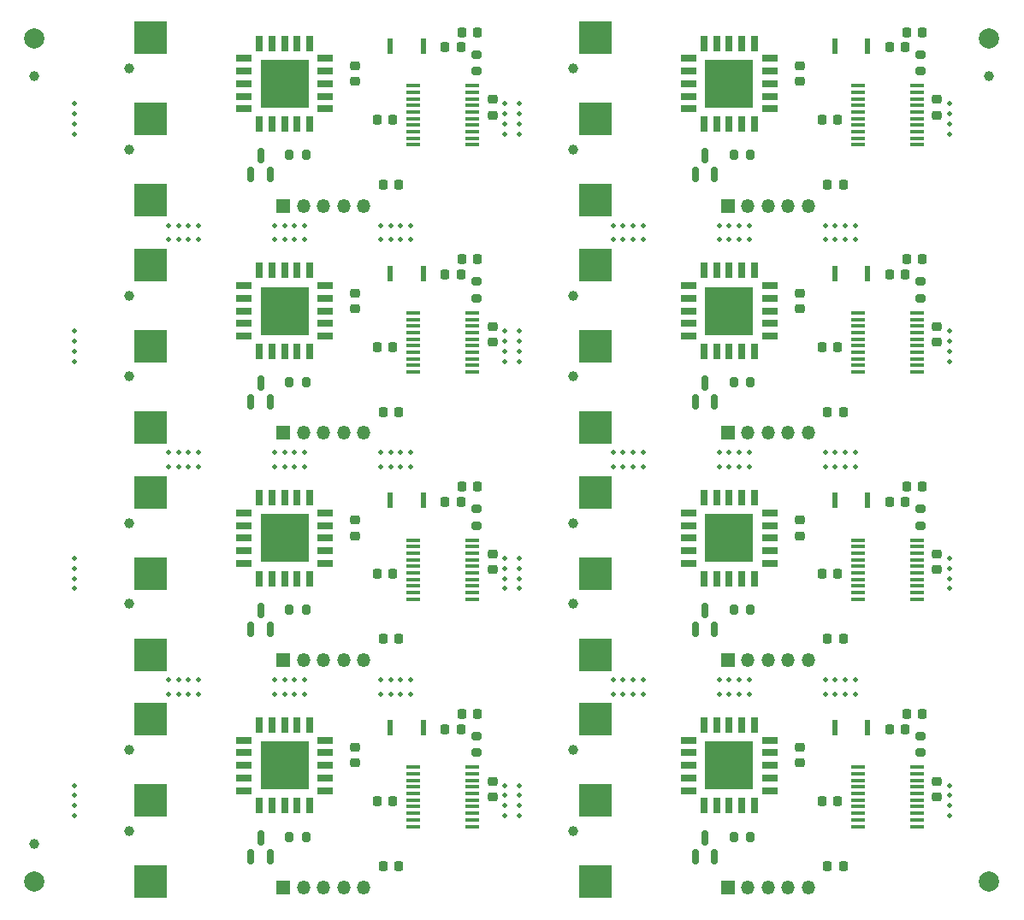
<source format=gbr>
%TF.GenerationSoftware,KiCad,Pcbnew,8.0.0*%
%TF.CreationDate,2024-05-28T16:04:12+09:00*%
%TF.ProjectId,Panel,50616e65-6c2e-46b6-9963-61645f706362,rev?*%
%TF.SameCoordinates,Original*%
%TF.FileFunction,Soldermask,Bot*%
%TF.FilePolarity,Negative*%
%FSLAX46Y46*%
G04 Gerber Fmt 4.6, Leading zero omitted, Abs format (unit mm)*
G04 Created by KiCad (PCBNEW 8.0.0) date 2024-05-28 16:04:12*
%MOMM*%
%LPD*%
G01*
G04 APERTURE LIST*
G04 Aperture macros list*
%AMRoundRect*
0 Rectangle with rounded corners*
0 $1 Rounding radius*
0 $2 $3 $4 $5 $6 $7 $8 $9 X,Y pos of 4 corners*
0 Add a 4 corners polygon primitive as box body*
4,1,4,$2,$3,$4,$5,$6,$7,$8,$9,$2,$3,0*
0 Add four circle primitives for the rounded corners*
1,1,$1+$1,$2,$3*
1,1,$1+$1,$4,$5*
1,1,$1+$1,$6,$7*
1,1,$1+$1,$8,$9*
0 Add four rect primitives between the rounded corners*
20,1,$1+$1,$2,$3,$4,$5,0*
20,1,$1+$1,$4,$5,$6,$7,0*
20,1,$1+$1,$6,$7,$8,$9,0*
20,1,$1+$1,$8,$9,$2,$3,0*%
G04 Aperture macros list end*
%ADD10RoundRect,0.225000X0.250000X-0.225000X0.250000X0.225000X-0.250000X0.225000X-0.250000X-0.225000X0*%
%ADD11RoundRect,0.200000X0.275000X-0.200000X0.275000X0.200000X-0.275000X0.200000X-0.275000X-0.200000X0*%
%ADD12R,1.475000X0.450000*%
%ADD13R,0.550000X1.500000*%
%ADD14RoundRect,0.225000X0.225000X0.250000X-0.225000X0.250000X-0.225000X-0.250000X0.225000X-0.250000X0*%
%ADD15RoundRect,0.225000X-0.225000X-0.250000X0.225000X-0.250000X0.225000X0.250000X-0.225000X0.250000X0*%
%ADD16R,3.200000X3.200000*%
%ADD17RoundRect,0.200000X0.200000X0.275000X-0.200000X0.275000X-0.200000X-0.275000X0.200000X-0.275000X0*%
%ADD18RoundRect,0.150000X0.150000X-0.587500X0.150000X0.587500X-0.150000X0.587500X-0.150000X-0.587500X0*%
%ADD19R,0.800000X1.500000*%
%ADD20R,1.500000X0.800000*%
%ADD21R,4.800000X4.800000*%
%ADD22C,1.000000*%
%ADD23C,0.500000*%
%ADD24R,1.350000X1.350000*%
%ADD25O,1.350000X1.350000*%
%ADD26C,2.000000*%
G04 APERTURE END LIST*
D10*
%TO.C,C17*%
X190576678Y-52372186D03*
X190576678Y-50822186D03*
%TD*%
D11*
%TO.C,R10*%
X188958000Y-70506000D03*
X188958000Y-68856000D03*
%TD*%
D12*
%TO.C,IC1*%
X144611000Y-94452000D03*
X144611000Y-95102000D03*
X144611000Y-95752000D03*
X144611000Y-96402000D03*
X144611000Y-97052000D03*
X144611000Y-97702000D03*
X144611000Y-98352000D03*
X144611000Y-99002000D03*
X144611000Y-99652000D03*
X144611000Y-100302000D03*
X138735000Y-100302000D03*
X138735000Y-99652000D03*
X138735000Y-99002000D03*
X138735000Y-98352000D03*
X138735000Y-97702000D03*
X138735000Y-97052000D03*
X138735000Y-96402000D03*
X138735000Y-95752000D03*
X138735000Y-95102000D03*
X138735000Y-94452000D03*
%TD*%
D13*
%TO.C,CB1*%
X139725000Y-23030000D03*
X136475000Y-23030000D03*
%TD*%
D14*
%TO.C,C18*%
X136709300Y-52803607D03*
X135159300Y-52803607D03*
%TD*%
%TO.C,C12*%
X143447000Y-90657000D03*
X141897000Y-90657000D03*
%TD*%
%TO.C,C12*%
X187447000Y-68157000D03*
X185897000Y-68157000D03*
%TD*%
D15*
%TO.C,C5*%
X179725000Y-104250000D03*
X181275000Y-104250000D03*
%TD*%
D16*
%TO.C,BT1*%
X112750000Y-83300000D03*
X112750000Y-67200000D03*
X112750000Y-75250000D03*
%TD*%
%TO.C,BT1*%
X156750000Y-83300000D03*
X156750000Y-67200000D03*
X156750000Y-75250000D03*
%TD*%
D10*
%TO.C,C13*%
X177000000Y-71525000D03*
X177000000Y-69975000D03*
%TD*%
D13*
%TO.C,CB1*%
X183725000Y-90530000D03*
X180475000Y-90530000D03*
%TD*%
D17*
%TO.C,R2*%
X128130000Y-78825000D03*
X126480000Y-78825000D03*
%TD*%
D10*
%TO.C,C13*%
X133000000Y-26525000D03*
X133000000Y-24975000D03*
%TD*%
D14*
%TO.C,C12*%
X187447000Y-45657000D03*
X185897000Y-45657000D03*
%TD*%
D16*
%TO.C,BT1*%
X112750000Y-38300000D03*
X112750000Y-22200000D03*
X112750000Y-30250000D03*
%TD*%
%TO.C,BT1*%
X112750000Y-105800000D03*
X112750000Y-89700000D03*
X112750000Y-97750000D03*
%TD*%
D17*
%TO.C,R2*%
X128130000Y-101325000D03*
X126480000Y-101325000D03*
%TD*%
%TO.C,R2*%
X172130000Y-101325000D03*
X170480000Y-101325000D03*
%TD*%
D10*
%TO.C,C17*%
X146576678Y-74872186D03*
X146576678Y-73322186D03*
%TD*%
D15*
%TO.C,C5*%
X135725000Y-59250000D03*
X137275000Y-59250000D03*
%TD*%
D16*
%TO.C,BT1*%
X156750000Y-105800000D03*
X156750000Y-89700000D03*
X156750000Y-97750000D03*
%TD*%
D14*
%TO.C,C12*%
X143447000Y-23157000D03*
X141897000Y-23157000D03*
%TD*%
D15*
%TO.C,C14*%
X187565631Y-66657648D03*
X189115631Y-66657648D03*
%TD*%
D10*
%TO.C,C17*%
X146576678Y-29872186D03*
X146576678Y-28322186D03*
%TD*%
D15*
%TO.C,C5*%
X179725000Y-36750000D03*
X181275000Y-36750000D03*
%TD*%
%TO.C,C14*%
X143565631Y-21657648D03*
X145115631Y-21657648D03*
%TD*%
D14*
%TO.C,C18*%
X136709300Y-30303607D03*
X135159300Y-30303607D03*
%TD*%
D16*
%TO.C,BT1*%
X112750000Y-60800000D03*
X112750000Y-44700000D03*
X112750000Y-52750000D03*
%TD*%
D15*
%TO.C,C14*%
X143565631Y-89157648D03*
X145115631Y-89157648D03*
%TD*%
D10*
%TO.C,C17*%
X146576678Y-97372186D03*
X146576678Y-95822186D03*
%TD*%
D11*
%TO.C,R10*%
X188958000Y-25506000D03*
X188958000Y-23856000D03*
%TD*%
D14*
%TO.C,C18*%
X180709300Y-52803607D03*
X179159300Y-52803607D03*
%TD*%
D16*
%TO.C,BT1*%
X156750000Y-38300000D03*
X156750000Y-22200000D03*
X156750000Y-30250000D03*
%TD*%
D14*
%TO.C,C12*%
X143447000Y-68157000D03*
X141897000Y-68157000D03*
%TD*%
D18*
%TO.C,Q2*%
X124572000Y-80778500D03*
X122672000Y-80778500D03*
X123622000Y-78903500D03*
%TD*%
D12*
%TO.C,IC1*%
X188611000Y-71952000D03*
X188611000Y-72602000D03*
X188611000Y-73252000D03*
X188611000Y-73902000D03*
X188611000Y-74552000D03*
X188611000Y-75202000D03*
X188611000Y-75852000D03*
X188611000Y-76502000D03*
X188611000Y-77152000D03*
X188611000Y-77802000D03*
X182735000Y-77802000D03*
X182735000Y-77152000D03*
X182735000Y-76502000D03*
X182735000Y-75852000D03*
X182735000Y-75202000D03*
X182735000Y-74552000D03*
X182735000Y-73902000D03*
X182735000Y-73252000D03*
X182735000Y-72602000D03*
X182735000Y-71952000D03*
%TD*%
D14*
%TO.C,C18*%
X180709300Y-30303607D03*
X179159300Y-30303607D03*
%TD*%
D18*
%TO.C,Q2*%
X124572000Y-103278500D03*
X122672000Y-103278500D03*
X123622000Y-101403500D03*
%TD*%
D19*
%TO.C,1*%
X123500000Y-67750000D03*
X124750000Y-67750000D03*
X126000000Y-67750000D03*
X127250000Y-67750000D03*
X128500000Y-67750000D03*
D20*
X130000000Y-69250000D03*
X130000000Y-70500000D03*
X130000000Y-71750000D03*
X130000000Y-73000000D03*
X130000000Y-74250000D03*
D19*
X128500000Y-75750000D03*
X127250000Y-75750000D03*
X126000000Y-75750000D03*
X124750000Y-75750000D03*
X123500000Y-75750000D03*
D20*
X122000000Y-74250000D03*
X122000000Y-73000000D03*
X122000000Y-71750000D03*
X122000000Y-70500000D03*
X122000000Y-69250000D03*
D21*
X126000000Y-71750000D03*
%TD*%
D15*
%TO.C,C5*%
X179725000Y-81750000D03*
X181275000Y-81750000D03*
%TD*%
%TO.C,C14*%
X143565631Y-66657648D03*
X145115631Y-66657648D03*
%TD*%
D12*
%TO.C,IC1*%
X188611000Y-26952000D03*
X188611000Y-27602000D03*
X188611000Y-28252000D03*
X188611000Y-28902000D03*
X188611000Y-29552000D03*
X188611000Y-30202000D03*
X188611000Y-30852000D03*
X188611000Y-31502000D03*
X188611000Y-32152000D03*
X188611000Y-32802000D03*
X182735000Y-32802000D03*
X182735000Y-32152000D03*
X182735000Y-31502000D03*
X182735000Y-30852000D03*
X182735000Y-30202000D03*
X182735000Y-29552000D03*
X182735000Y-28902000D03*
X182735000Y-28252000D03*
X182735000Y-27602000D03*
X182735000Y-26952000D03*
%TD*%
D15*
%TO.C,C14*%
X187565631Y-89157648D03*
X189115631Y-89157648D03*
%TD*%
D11*
%TO.C,R10*%
X188958000Y-93006000D03*
X188958000Y-91356000D03*
%TD*%
D12*
%TO.C,IC1*%
X188611000Y-94452000D03*
X188611000Y-95102000D03*
X188611000Y-95752000D03*
X188611000Y-96402000D03*
X188611000Y-97052000D03*
X188611000Y-97702000D03*
X188611000Y-98352000D03*
X188611000Y-99002000D03*
X188611000Y-99652000D03*
X188611000Y-100302000D03*
X182735000Y-100302000D03*
X182735000Y-99652000D03*
X182735000Y-99002000D03*
X182735000Y-98352000D03*
X182735000Y-97702000D03*
X182735000Y-97052000D03*
X182735000Y-96402000D03*
X182735000Y-95752000D03*
X182735000Y-95102000D03*
X182735000Y-94452000D03*
%TD*%
D13*
%TO.C,CB1*%
X139725000Y-45530000D03*
X136475000Y-45530000D03*
%TD*%
D10*
%TO.C,C13*%
X177000000Y-26525000D03*
X177000000Y-24975000D03*
%TD*%
D15*
%TO.C,C5*%
X179725000Y-59250000D03*
X181275000Y-59250000D03*
%TD*%
D17*
%TO.C,R2*%
X172130000Y-33825000D03*
X170480000Y-33825000D03*
%TD*%
D10*
%TO.C,C17*%
X190576678Y-29872186D03*
X190576678Y-28322186D03*
%TD*%
D18*
%TO.C,Q2*%
X124572000Y-35778500D03*
X122672000Y-35778500D03*
X123622000Y-33903500D03*
%TD*%
D15*
%TO.C,C14*%
X187565631Y-21657648D03*
X189115631Y-21657648D03*
%TD*%
D17*
%TO.C,R2*%
X128130000Y-56325000D03*
X126480000Y-56325000D03*
%TD*%
D12*
%TO.C,IC1*%
X144611000Y-49452000D03*
X144611000Y-50102000D03*
X144611000Y-50752000D03*
X144611000Y-51402000D03*
X144611000Y-52052000D03*
X144611000Y-52702000D03*
X144611000Y-53352000D03*
X144611000Y-54002000D03*
X144611000Y-54652000D03*
X144611000Y-55302000D03*
X138735000Y-55302000D03*
X138735000Y-54652000D03*
X138735000Y-54002000D03*
X138735000Y-53352000D03*
X138735000Y-52702000D03*
X138735000Y-52052000D03*
X138735000Y-51402000D03*
X138735000Y-50752000D03*
X138735000Y-50102000D03*
X138735000Y-49452000D03*
%TD*%
D10*
%TO.C,C17*%
X146576678Y-52372186D03*
X146576678Y-50822186D03*
%TD*%
D12*
%TO.C,IC1*%
X144611000Y-26952000D03*
X144611000Y-27602000D03*
X144611000Y-28252000D03*
X144611000Y-28902000D03*
X144611000Y-29552000D03*
X144611000Y-30202000D03*
X144611000Y-30852000D03*
X144611000Y-31502000D03*
X144611000Y-32152000D03*
X144611000Y-32802000D03*
X138735000Y-32802000D03*
X138735000Y-32152000D03*
X138735000Y-31502000D03*
X138735000Y-30852000D03*
X138735000Y-30202000D03*
X138735000Y-29552000D03*
X138735000Y-28902000D03*
X138735000Y-28252000D03*
X138735000Y-27602000D03*
X138735000Y-26952000D03*
%TD*%
D11*
%TO.C,R10*%
X144958000Y-25506000D03*
X144958000Y-23856000D03*
%TD*%
D15*
%TO.C,C5*%
X135725000Y-104250000D03*
X137275000Y-104250000D03*
%TD*%
D22*
%TO.C,KiKit_FID_B_2*%
X195751000Y-26000000D03*
%TD*%
%TO.C,KiKit_FID_B_3*%
X101249000Y-102000000D03*
%TD*%
D15*
%TO.C,C5*%
X135725000Y-36750000D03*
X137275000Y-36750000D03*
%TD*%
D14*
%TO.C,C18*%
X136709300Y-75303607D03*
X135159300Y-75303607D03*
%TD*%
D12*
%TO.C,IC1*%
X144611000Y-71952000D03*
X144611000Y-72602000D03*
X144611000Y-73252000D03*
X144611000Y-73902000D03*
X144611000Y-74552000D03*
X144611000Y-75202000D03*
X144611000Y-75852000D03*
X144611000Y-76502000D03*
X144611000Y-77152000D03*
X144611000Y-77802000D03*
X138735000Y-77802000D03*
X138735000Y-77152000D03*
X138735000Y-76502000D03*
X138735000Y-75852000D03*
X138735000Y-75202000D03*
X138735000Y-74552000D03*
X138735000Y-73902000D03*
X138735000Y-73252000D03*
X138735000Y-72602000D03*
X138735000Y-71952000D03*
%TD*%
D10*
%TO.C,C17*%
X190576678Y-74872186D03*
X190576678Y-73322186D03*
%TD*%
D13*
%TO.C,CB1*%
X183725000Y-23030000D03*
X180475000Y-23030000D03*
%TD*%
D18*
%TO.C,Q2*%
X124572000Y-58278500D03*
X122672000Y-58278500D03*
X123622000Y-56403500D03*
%TD*%
D13*
%TO.C,CB1*%
X139725000Y-90530000D03*
X136475000Y-90530000D03*
%TD*%
D11*
%TO.C,R10*%
X188958000Y-48006000D03*
X188958000Y-46356000D03*
%TD*%
D19*
%TO.C,1*%
X167500000Y-90250000D03*
X168750000Y-90250000D03*
X170000000Y-90250000D03*
X171250000Y-90250000D03*
X172500000Y-90250000D03*
D20*
X174000000Y-91750000D03*
X174000000Y-93000000D03*
X174000000Y-94250000D03*
X174000000Y-95500000D03*
X174000000Y-96750000D03*
D19*
X172500000Y-98250000D03*
X171250000Y-98250000D03*
X170000000Y-98250000D03*
X168750000Y-98250000D03*
X167500000Y-98250000D03*
D20*
X166000000Y-96750000D03*
X166000000Y-95500000D03*
X166000000Y-94250000D03*
X166000000Y-93000000D03*
X166000000Y-91750000D03*
D21*
X170000000Y-94250000D03*
%TD*%
D19*
%TO.C,1*%
X123500000Y-45250000D03*
X124750000Y-45250000D03*
X126000000Y-45250000D03*
X127250000Y-45250000D03*
X128500000Y-45250000D03*
D20*
X130000000Y-46750000D03*
X130000000Y-48000000D03*
X130000000Y-49250000D03*
X130000000Y-50500000D03*
X130000000Y-51750000D03*
D19*
X128500000Y-53250000D03*
X127250000Y-53250000D03*
X126000000Y-53250000D03*
X124750000Y-53250000D03*
X123500000Y-53250000D03*
D20*
X122000000Y-51750000D03*
X122000000Y-50500000D03*
X122000000Y-49250000D03*
X122000000Y-48000000D03*
X122000000Y-46750000D03*
D21*
X126000000Y-49250000D03*
%TD*%
D10*
%TO.C,C13*%
X177000000Y-94025000D03*
X177000000Y-92475000D03*
%TD*%
D16*
%TO.C,BT1*%
X156750000Y-60800000D03*
X156750000Y-44700000D03*
X156750000Y-52750000D03*
%TD*%
D11*
%TO.C,R10*%
X144958000Y-70506000D03*
X144958000Y-68856000D03*
%TD*%
D10*
%TO.C,C17*%
X190576678Y-97372186D03*
X190576678Y-95822186D03*
%TD*%
D19*
%TO.C,1*%
X167500000Y-22750000D03*
X168750000Y-22750000D03*
X170000000Y-22750000D03*
X171250000Y-22750000D03*
X172500000Y-22750000D03*
D20*
X174000000Y-24250000D03*
X174000000Y-25500000D03*
X174000000Y-26750000D03*
X174000000Y-28000000D03*
X174000000Y-29250000D03*
D19*
X172500000Y-30750000D03*
X171250000Y-30750000D03*
X170000000Y-30750000D03*
X168750000Y-30750000D03*
X167500000Y-30750000D03*
D20*
X166000000Y-29250000D03*
X166000000Y-28000000D03*
X166000000Y-26750000D03*
X166000000Y-25500000D03*
X166000000Y-24250000D03*
D21*
X170000000Y-26750000D03*
%TD*%
D18*
%TO.C,Q2*%
X168572000Y-35778500D03*
X166672000Y-35778500D03*
X167622000Y-33903500D03*
%TD*%
D10*
%TO.C,C13*%
X177000000Y-49025000D03*
X177000000Y-47475000D03*
%TD*%
D14*
%TO.C,C12*%
X187447000Y-90657000D03*
X185897000Y-90657000D03*
%TD*%
D10*
%TO.C,C13*%
X133000000Y-94025000D03*
X133000000Y-92475000D03*
%TD*%
D11*
%TO.C,R10*%
X144958000Y-48006000D03*
X144958000Y-46356000D03*
%TD*%
D14*
%TO.C,C12*%
X143447000Y-45657000D03*
X141897000Y-45657000D03*
%TD*%
D11*
%TO.C,R10*%
X144958000Y-93006000D03*
X144958000Y-91356000D03*
%TD*%
D12*
%TO.C,IC1*%
X188611000Y-49452000D03*
X188611000Y-50102000D03*
X188611000Y-50752000D03*
X188611000Y-51402000D03*
X188611000Y-52052000D03*
X188611000Y-52702000D03*
X188611000Y-53352000D03*
X188611000Y-54002000D03*
X188611000Y-54652000D03*
X188611000Y-55302000D03*
X182735000Y-55302000D03*
X182735000Y-54652000D03*
X182735000Y-54002000D03*
X182735000Y-53352000D03*
X182735000Y-52702000D03*
X182735000Y-52052000D03*
X182735000Y-51402000D03*
X182735000Y-50752000D03*
X182735000Y-50102000D03*
X182735000Y-49452000D03*
%TD*%
D22*
%TO.C,KiKit_FID_B_1*%
X101249000Y-26000000D03*
%TD*%
D15*
%TO.C,C14*%
X143565631Y-44157648D03*
X145115631Y-44157648D03*
%TD*%
D18*
%TO.C,Q2*%
X168572000Y-80778500D03*
X166672000Y-80778500D03*
X167622000Y-78903500D03*
%TD*%
D14*
%TO.C,C18*%
X136709300Y-97803607D03*
X135159300Y-97803607D03*
%TD*%
D19*
%TO.C,1*%
X123500000Y-22750000D03*
X124750000Y-22750000D03*
X126000000Y-22750000D03*
X127250000Y-22750000D03*
X128500000Y-22750000D03*
D20*
X130000000Y-24250000D03*
X130000000Y-25500000D03*
X130000000Y-26750000D03*
X130000000Y-28000000D03*
X130000000Y-29250000D03*
D19*
X128500000Y-30750000D03*
X127250000Y-30750000D03*
X126000000Y-30750000D03*
X124750000Y-30750000D03*
X123500000Y-30750000D03*
D20*
X122000000Y-29250000D03*
X122000000Y-28000000D03*
X122000000Y-26750000D03*
X122000000Y-25500000D03*
X122000000Y-24250000D03*
D21*
X126000000Y-26750000D03*
%TD*%
D14*
%TO.C,C12*%
X187447000Y-23157000D03*
X185897000Y-23157000D03*
%TD*%
D13*
%TO.C,CB1*%
X183725000Y-68030000D03*
X180475000Y-68030000D03*
%TD*%
D14*
%TO.C,C18*%
X180709300Y-97803607D03*
X179159300Y-97803607D03*
%TD*%
D17*
%TO.C,R2*%
X172130000Y-78825000D03*
X170480000Y-78825000D03*
%TD*%
D19*
%TO.C,1*%
X167500000Y-67750000D03*
X168750000Y-67750000D03*
X170000000Y-67750000D03*
X171250000Y-67750000D03*
X172500000Y-67750000D03*
D20*
X174000000Y-69250000D03*
X174000000Y-70500000D03*
X174000000Y-71750000D03*
X174000000Y-73000000D03*
X174000000Y-74250000D03*
D19*
X172500000Y-75750000D03*
X171250000Y-75750000D03*
X170000000Y-75750000D03*
X168750000Y-75750000D03*
X167500000Y-75750000D03*
D20*
X166000000Y-74250000D03*
X166000000Y-73000000D03*
X166000000Y-71750000D03*
X166000000Y-70500000D03*
X166000000Y-69250000D03*
D21*
X170000000Y-71750000D03*
%TD*%
D17*
%TO.C,R2*%
X128130000Y-33825000D03*
X126480000Y-33825000D03*
%TD*%
D19*
%TO.C,1*%
X123500000Y-90250000D03*
X124750000Y-90250000D03*
X126000000Y-90250000D03*
X127250000Y-90250000D03*
X128500000Y-90250000D03*
D20*
X130000000Y-91750000D03*
X130000000Y-93000000D03*
X130000000Y-94250000D03*
X130000000Y-95500000D03*
X130000000Y-96750000D03*
D19*
X128500000Y-98250000D03*
X127250000Y-98250000D03*
X126000000Y-98250000D03*
X124750000Y-98250000D03*
X123500000Y-98250000D03*
D20*
X122000000Y-96750000D03*
X122000000Y-95500000D03*
X122000000Y-94250000D03*
X122000000Y-93000000D03*
X122000000Y-91750000D03*
D21*
X126000000Y-94250000D03*
%TD*%
D19*
%TO.C,1*%
X167500000Y-45250000D03*
X168750000Y-45250000D03*
X170000000Y-45250000D03*
X171250000Y-45250000D03*
X172500000Y-45250000D03*
D20*
X174000000Y-46750000D03*
X174000000Y-48000000D03*
X174000000Y-49250000D03*
X174000000Y-50500000D03*
X174000000Y-51750000D03*
D19*
X172500000Y-53250000D03*
X171250000Y-53250000D03*
X170000000Y-53250000D03*
X168750000Y-53250000D03*
X167500000Y-53250000D03*
D20*
X166000000Y-51750000D03*
X166000000Y-50500000D03*
X166000000Y-49250000D03*
X166000000Y-48000000D03*
X166000000Y-46750000D03*
D21*
X170000000Y-49250000D03*
%TD*%
D17*
%TO.C,R2*%
X172130000Y-56325000D03*
X170480000Y-56325000D03*
%TD*%
D15*
%TO.C,C14*%
X187565631Y-44157648D03*
X189115631Y-44157648D03*
%TD*%
D18*
%TO.C,Q2*%
X168572000Y-58278500D03*
X166672000Y-58278500D03*
X167622000Y-56403500D03*
%TD*%
%TO.C,Q2*%
X168572000Y-103278500D03*
X166672000Y-103278500D03*
X167622000Y-101403500D03*
%TD*%
D10*
%TO.C,C13*%
X133000000Y-49025000D03*
X133000000Y-47475000D03*
%TD*%
D15*
%TO.C,C5*%
X135725000Y-81750000D03*
X137275000Y-81750000D03*
%TD*%
D14*
%TO.C,C18*%
X180709300Y-75303607D03*
X179159300Y-75303607D03*
%TD*%
D13*
%TO.C,CB1*%
X139725000Y-68030000D03*
X136475000Y-68030000D03*
%TD*%
D10*
%TO.C,C13*%
X133000000Y-71525000D03*
X133000000Y-69975000D03*
%TD*%
D13*
%TO.C,CB1*%
X183725000Y-45530000D03*
X180475000Y-45530000D03*
%TD*%
D23*
%TO.C,KiKit_MB_13_2*%
X115500000Y-42200000D03*
%TD*%
%TO.C,KiKit_MB_17_3*%
X126000000Y-63300000D03*
%TD*%
%TO.C,KiKit_MB_14_4*%
X128000000Y-42200000D03*
%TD*%
%TO.C,KiKit_MB_37_2*%
X159500000Y-64700000D03*
%TD*%
%TO.C,KiKit_MB_25_3*%
X170000000Y-63300000D03*
%TD*%
D22*
%TO.C,J3*%
X154600000Y-92750000D03*
X154600000Y-100750000D03*
%TD*%
D23*
%TO.C,KiKit_MB_27_2*%
X105200000Y-75750000D03*
%TD*%
%TO.C,KiKit_MB_22_4*%
X172000000Y-42200000D03*
%TD*%
%TO.C,KiKit_MB_33_3*%
X126000000Y-85800000D03*
%TD*%
%TO.C,KiKit_MB_25_1*%
X172000000Y-63300000D03*
%TD*%
%TO.C,KiKit_MB_7_1*%
X191800000Y-28750000D03*
%TD*%
%TO.C,KiKit_MB_35_2*%
X149200000Y-75750000D03*
%TD*%
%TO.C,KiKit_MB_6_1*%
X149200000Y-31750000D03*
%TD*%
%TO.C,KiKit_MB_11_3*%
X105200000Y-52250000D03*
%TD*%
%TO.C,KiKit_MB_30_2*%
X126000000Y-64700000D03*
%TD*%
%TO.C,KiKit_MB_42_4*%
X179500000Y-85800000D03*
%TD*%
D24*
%TO.C,J1*%
X125851363Y-106343235D03*
D25*
X127851363Y-106343235D03*
X129851363Y-106343235D03*
X131851363Y-106343235D03*
X133851363Y-106343235D03*
%TD*%
D23*
%TO.C,KiKit_MB_49_2*%
X191800000Y-97250000D03*
%TD*%
%TO.C,KiKit_MB_13_1*%
X114500000Y-42200000D03*
%TD*%
%TO.C,KiKit_MB_14_3*%
X127000000Y-42200000D03*
%TD*%
%TO.C,KiKit_MB_1_1*%
X105200000Y-31750000D03*
%TD*%
D22*
%TO.C,J3*%
X110600000Y-70250000D03*
X110600000Y-78250000D03*
%TD*%
D23*
%TO.C,KiKit_MB_13_3*%
X116500000Y-42200000D03*
%TD*%
%TO.C,KiKit_MB_46_2*%
X126000000Y-87200000D03*
%TD*%
%TO.C,KiKit_MB_12_2*%
X147800000Y-52250000D03*
%TD*%
%TO.C,KiKit_MB_46_3*%
X127000000Y-87200000D03*
%TD*%
%TO.C,KiKit_MB_30_3*%
X127000000Y-64700000D03*
%TD*%
D26*
%TO.C,KiKit_TO_2*%
X195751000Y-22250000D03*
%TD*%
D23*
%TO.C,KiKit_MB_38_3*%
X171000000Y-64700000D03*
%TD*%
%TO.C,KiKit_MB_21_1*%
X158500000Y-42200000D03*
%TD*%
%TO.C,KiKit_MB_39_3*%
X181500000Y-64700000D03*
%TD*%
%TO.C,KiKit_MB_42_1*%
X182500000Y-85800000D03*
%TD*%
D24*
%TO.C,J1*%
X125851363Y-61343235D03*
D25*
X127851363Y-61343235D03*
X129851363Y-61343235D03*
X131851363Y-61343235D03*
X133851363Y-61343235D03*
%TD*%
D23*
%TO.C,KiKit_MB_29_4*%
X117500000Y-64700000D03*
%TD*%
%TO.C,KiKit_MB_24_2*%
X160500000Y-63300000D03*
%TD*%
%TO.C,KiKit_MB_50_3*%
X160500000Y-87200000D03*
%TD*%
%TO.C,KiKit_MB_16_2*%
X116500000Y-63300000D03*
%TD*%
%TO.C,KiKit_MB_25_2*%
X171000000Y-63300000D03*
%TD*%
%TO.C,KiKit_MB_40_1*%
X161500000Y-85800000D03*
%TD*%
%TO.C,KiKit_MB_32_3*%
X115500000Y-85800000D03*
%TD*%
%TO.C,KiKit_MB_19_2*%
X149200000Y-53250000D03*
%TD*%
%TO.C,KiKit_MB_31_4*%
X138500000Y-64700000D03*
%TD*%
%TO.C,KiKit_MB_49_1*%
X191800000Y-96250000D03*
%TD*%
%TO.C,KiKit_MB_51_3*%
X171000000Y-87200000D03*
%TD*%
%TO.C,KiKit_MB_8_3*%
X159500000Y-40800000D03*
%TD*%
%TO.C,KiKit_MB_42_2*%
X181500000Y-85800000D03*
%TD*%
%TO.C,KiKit_MB_15_4*%
X138500000Y-42200000D03*
%TD*%
%TO.C,KiKit_MB_5_4*%
X135500000Y-40800000D03*
%TD*%
%TO.C,KiKit_MB_24_4*%
X158500000Y-63300000D03*
%TD*%
%TO.C,KiKit_MB_27_4*%
X105200000Y-73750000D03*
%TD*%
%TO.C,KiKit_MB_31_2*%
X136500000Y-64700000D03*
%TD*%
%TO.C,KiKit_MB_27_1*%
X105200000Y-76750000D03*
%TD*%
%TO.C,KiKit_MB_49_4*%
X191800000Y-99250000D03*
%TD*%
%TO.C,KiKit_MB_38_4*%
X172000000Y-64700000D03*
%TD*%
%TO.C,KiKit_MB_15_1*%
X135500000Y-42200000D03*
%TD*%
%TO.C,KiKit_MB_24_3*%
X159500000Y-63300000D03*
%TD*%
%TO.C,KiKit_MB_3_3*%
X115500000Y-40800000D03*
%TD*%
%TO.C,KiKit_MB_44_4*%
X147800000Y-99250000D03*
%TD*%
%TO.C,KiKit_MB_20_1*%
X191800000Y-51250000D03*
%TD*%
%TO.C,KiKit_MB_47_3*%
X137500000Y-87200000D03*
%TD*%
%TO.C,KiKit_MB_29_2*%
X115500000Y-64700000D03*
%TD*%
D26*
%TO.C,KiKit_TO_4*%
X195751000Y-105750000D03*
%TD*%
D23*
%TO.C,KiKit_MB_28_2*%
X147800000Y-74750000D03*
%TD*%
%TO.C,KiKit_MB_47_2*%
X136500000Y-87200000D03*
%TD*%
%TO.C,KiKit_MB_45_4*%
X117500000Y-87200000D03*
%TD*%
%TO.C,KiKit_MB_17_1*%
X128000000Y-63300000D03*
%TD*%
%TO.C,KiKit_MB_37_4*%
X161500000Y-64700000D03*
%TD*%
%TO.C,KiKit_MB_21_3*%
X160500000Y-42200000D03*
%TD*%
%TO.C,KiKit_MB_41_1*%
X172000000Y-85800000D03*
%TD*%
%TO.C,KiKit_MB_39_4*%
X182500000Y-64700000D03*
%TD*%
%TO.C,KiKit_MB_41_3*%
X170000000Y-85800000D03*
%TD*%
%TO.C,KiKit_MB_38_2*%
X170000000Y-64700000D03*
%TD*%
%TO.C,KiKit_MB_13_4*%
X117500000Y-42200000D03*
%TD*%
%TO.C,KiKit_MB_36_1*%
X191800000Y-73750000D03*
%TD*%
D24*
%TO.C,J1*%
X169851363Y-106343235D03*
D25*
X171851363Y-106343235D03*
X173851363Y-106343235D03*
X175851363Y-106343235D03*
X177851363Y-106343235D03*
%TD*%
D23*
%TO.C,KiKit_MB_19_1*%
X149200000Y-54250000D03*
%TD*%
%TO.C,KiKit_MB_1_4*%
X105200000Y-28750000D03*
%TD*%
%TO.C,KiKit_MB_39_2*%
X180500000Y-64700000D03*
%TD*%
%TO.C,KiKit_MB_43_1*%
X105200000Y-99250000D03*
%TD*%
%TO.C,KiKit_MB_2_4*%
X147800000Y-31750000D03*
%TD*%
D22*
%TO.C,J3*%
X154600000Y-47750000D03*
X154600000Y-55750000D03*
%TD*%
D23*
%TO.C,KiKit_MB_23_3*%
X181500000Y-42200000D03*
%TD*%
%TO.C,KiKit_MB_51_1*%
X169000000Y-87200000D03*
%TD*%
%TO.C,KiKit_MB_32_4*%
X114500000Y-85800000D03*
%TD*%
%TO.C,KiKit_MB_26_2*%
X181500000Y-63300000D03*
%TD*%
%TO.C,KiKit_MB_29_1*%
X114500000Y-64700000D03*
%TD*%
%TO.C,KiKit_MB_5_3*%
X136500000Y-40800000D03*
%TD*%
%TO.C,KiKit_MB_18_3*%
X136500000Y-63300000D03*
%TD*%
%TO.C,KiKit_MB_3_2*%
X116500000Y-40800000D03*
%TD*%
%TO.C,KiKit_MB_3_4*%
X114500000Y-40800000D03*
%TD*%
%TO.C,KiKit_MB_46_4*%
X128000000Y-87200000D03*
%TD*%
%TO.C,KiKit_MB_12_4*%
X147800000Y-54250000D03*
%TD*%
%TO.C,KiKit_MB_4_4*%
X125000000Y-40800000D03*
%TD*%
%TO.C,KiKit_MB_50_1*%
X158500000Y-87200000D03*
%TD*%
%TO.C,KiKit_MB_29_3*%
X116500000Y-64700000D03*
%TD*%
%TO.C,KiKit_MB_22_3*%
X171000000Y-42200000D03*
%TD*%
%TO.C,KiKit_MB_39_1*%
X179500000Y-64700000D03*
%TD*%
%TO.C,KiKit_MB_7_4*%
X191800000Y-31750000D03*
%TD*%
%TO.C,KiKit_MB_18_2*%
X137500000Y-63300000D03*
%TD*%
D24*
%TO.C,J1*%
X125851363Y-83843235D03*
D25*
X127851363Y-83843235D03*
X129851363Y-83843235D03*
X131851363Y-83843235D03*
X133851363Y-83843235D03*
%TD*%
D23*
%TO.C,KiKit_MB_6_2*%
X149200000Y-30750000D03*
%TD*%
%TO.C,KiKit_MB_19_4*%
X149200000Y-51250000D03*
%TD*%
%TO.C,KiKit_MB_2_3*%
X147800000Y-30750000D03*
%TD*%
%TO.C,KiKit_MB_45_3*%
X116500000Y-87200000D03*
%TD*%
%TO.C,KiKit_MB_26_3*%
X180500000Y-63300000D03*
%TD*%
%TO.C,KiKit_MB_51_2*%
X170000000Y-87200000D03*
%TD*%
%TO.C,KiKit_MB_1_2*%
X105200000Y-30750000D03*
%TD*%
D22*
%TO.C,J3*%
X110600000Y-47750000D03*
X110600000Y-55750000D03*
%TD*%
D24*
%TO.C,J1*%
X169851363Y-61343235D03*
D25*
X171851363Y-61343235D03*
X173851363Y-61343235D03*
X175851363Y-61343235D03*
X177851363Y-61343235D03*
%TD*%
D24*
%TO.C,J1*%
X169851363Y-38843235D03*
D25*
X171851363Y-38843235D03*
X173851363Y-38843235D03*
X175851363Y-38843235D03*
X177851363Y-38843235D03*
%TD*%
D23*
%TO.C,KiKit_MB_32_2*%
X116500000Y-85800000D03*
%TD*%
%TO.C,KiKit_MB_1_3*%
X105200000Y-29750000D03*
%TD*%
%TO.C,KiKit_MB_5_1*%
X138500000Y-40800000D03*
%TD*%
%TO.C,KiKit_MB_50_2*%
X159500000Y-87200000D03*
%TD*%
%TO.C,KiKit_MB_20_2*%
X191800000Y-52250000D03*
%TD*%
%TO.C,KiKit_MB_37_1*%
X158500000Y-64700000D03*
%TD*%
%TO.C,KiKit_MB_47_4*%
X138500000Y-87200000D03*
%TD*%
%TO.C,KiKit_MB_36_4*%
X191800000Y-76750000D03*
%TD*%
%TO.C,KiKit_MB_35_3*%
X149200000Y-74750000D03*
%TD*%
%TO.C,KiKit_MB_16_4*%
X114500000Y-63300000D03*
%TD*%
%TO.C,KiKit_MB_18_1*%
X138500000Y-63300000D03*
%TD*%
%TO.C,KiKit_MB_6_3*%
X149200000Y-29750000D03*
%TD*%
%TO.C,KiKit_MB_35_4*%
X149200000Y-73750000D03*
%TD*%
%TO.C,KiKit_MB_7_3*%
X191800000Y-30750000D03*
%TD*%
%TO.C,KiKit_MB_31_3*%
X137500000Y-64700000D03*
%TD*%
%TO.C,KiKit_MB_47_1*%
X135500000Y-87200000D03*
%TD*%
%TO.C,KiKit_MB_26_1*%
X182500000Y-63300000D03*
%TD*%
%TO.C,KiKit_MB_9_3*%
X170000000Y-40800000D03*
%TD*%
D26*
%TO.C,KiKit_TO_3*%
X101249000Y-105750000D03*
%TD*%
D23*
%TO.C,KiKit_MB_51_4*%
X172000000Y-87200000D03*
%TD*%
%TO.C,KiKit_MB_40_2*%
X160500000Y-85800000D03*
%TD*%
%TO.C,KiKit_MB_20_3*%
X191800000Y-53250000D03*
%TD*%
%TO.C,KiKit_MB_36_2*%
X191800000Y-74750000D03*
%TD*%
%TO.C,KiKit_MB_23_4*%
X182500000Y-42200000D03*
%TD*%
%TO.C,KiKit_MB_43_2*%
X105200000Y-98250000D03*
%TD*%
%TO.C,KiKit_MB_44_1*%
X147800000Y-96250000D03*
%TD*%
%TO.C,KiKit_MB_10_4*%
X179500000Y-40800000D03*
%TD*%
%TO.C,KiKit_MB_8_1*%
X161500000Y-40800000D03*
%TD*%
%TO.C,KiKit_MB_40_4*%
X158500000Y-85800000D03*
%TD*%
%TO.C,KiKit_MB_52_4*%
X182500000Y-87200000D03*
%TD*%
%TO.C,KiKit_MB_6_4*%
X149200000Y-28750000D03*
%TD*%
%TO.C,KiKit_MB_10_2*%
X181500000Y-40800000D03*
%TD*%
%TO.C,KiKit_MB_33_1*%
X128000000Y-85800000D03*
%TD*%
D22*
%TO.C,J3*%
X154600000Y-70250000D03*
X154600000Y-78250000D03*
%TD*%
D23*
%TO.C,KiKit_MB_40_3*%
X159500000Y-85800000D03*
%TD*%
%TO.C,KiKit_MB_42_3*%
X180500000Y-85800000D03*
%TD*%
D24*
%TO.C,J1*%
X169851363Y-83843235D03*
D25*
X171851363Y-83843235D03*
X173851363Y-83843235D03*
X175851363Y-83843235D03*
X177851363Y-83843235D03*
%TD*%
D23*
%TO.C,KiKit_MB_48_3*%
X149200000Y-97250000D03*
%TD*%
%TO.C,KiKit_MB_9_4*%
X169000000Y-40800000D03*
%TD*%
%TO.C,KiKit_MB_8_4*%
X158500000Y-40800000D03*
%TD*%
%TO.C,KiKit_MB_34_3*%
X136500000Y-85800000D03*
%TD*%
D22*
%TO.C,J3*%
X110600000Y-25250000D03*
X110600000Y-33250000D03*
%TD*%
D23*
%TO.C,KiKit_MB_17_4*%
X125000000Y-63300000D03*
%TD*%
%TO.C,KiKit_MB_14_2*%
X126000000Y-42200000D03*
%TD*%
%TO.C,KiKit_MB_28_1*%
X147800000Y-73750000D03*
%TD*%
%TO.C,KiKit_MB_9_1*%
X172000000Y-40800000D03*
%TD*%
%TO.C,KiKit_MB_12_1*%
X147800000Y-51250000D03*
%TD*%
%TO.C,KiKit_MB_18_4*%
X135500000Y-63300000D03*
%TD*%
%TO.C,KiKit_MB_43_4*%
X105200000Y-96250000D03*
%TD*%
%TO.C,KiKit_MB_12_3*%
X147800000Y-53250000D03*
%TD*%
%TO.C,KiKit_MB_26_4*%
X179500000Y-63300000D03*
%TD*%
%TO.C,KiKit_MB_34_1*%
X138500000Y-85800000D03*
%TD*%
%TO.C,KiKit_MB_10_1*%
X182500000Y-40800000D03*
%TD*%
%TO.C,KiKit_MB_5_2*%
X137500000Y-40800000D03*
%TD*%
%TO.C,KiKit_MB_30_1*%
X125000000Y-64700000D03*
%TD*%
%TO.C,KiKit_MB_49_3*%
X191800000Y-98250000D03*
%TD*%
%TO.C,KiKit_MB_34_4*%
X135500000Y-85800000D03*
%TD*%
%TO.C,KiKit_MB_34_2*%
X137500000Y-85800000D03*
%TD*%
%TO.C,KiKit_MB_25_4*%
X169000000Y-63300000D03*
%TD*%
%TO.C,KiKit_MB_16_3*%
X115500000Y-63300000D03*
%TD*%
%TO.C,KiKit_MB_52_3*%
X181500000Y-87200000D03*
%TD*%
%TO.C,KiKit_MB_28_3*%
X147800000Y-75750000D03*
%TD*%
%TO.C,KiKit_MB_15_3*%
X137500000Y-42200000D03*
%TD*%
%TO.C,KiKit_MB_8_2*%
X160500000Y-40800000D03*
%TD*%
%TO.C,KiKit_MB_4_1*%
X128000000Y-40800000D03*
%TD*%
%TO.C,KiKit_MB_7_2*%
X191800000Y-29750000D03*
%TD*%
D22*
%TO.C,J3*%
X154600000Y-25250000D03*
X154600000Y-33250000D03*
%TD*%
D23*
%TO.C,KiKit_MB_11_1*%
X105200000Y-54250000D03*
%TD*%
%TO.C,KiKit_MB_44_3*%
X147800000Y-98250000D03*
%TD*%
%TO.C,KiKit_MB_9_2*%
X171000000Y-40800000D03*
%TD*%
%TO.C,KiKit_MB_48_1*%
X149200000Y-99250000D03*
%TD*%
%TO.C,KiKit_MB_4_3*%
X126000000Y-40800000D03*
%TD*%
%TO.C,KiKit_MB_36_3*%
X191800000Y-75750000D03*
%TD*%
%TO.C,KiKit_MB_33_4*%
X125000000Y-85800000D03*
%TD*%
%TO.C,KiKit_MB_41_4*%
X169000000Y-85800000D03*
%TD*%
%TO.C,KiKit_MB_21_2*%
X159500000Y-42200000D03*
%TD*%
%TO.C,KiKit_MB_23_2*%
X180500000Y-42200000D03*
%TD*%
D22*
%TO.C,J3*%
X110600000Y-92750000D03*
X110600000Y-100750000D03*
%TD*%
D23*
%TO.C,KiKit_MB_10_3*%
X180500000Y-40800000D03*
%TD*%
%TO.C,KiKit_MB_21_4*%
X161500000Y-42200000D03*
%TD*%
%TO.C,KiKit_MB_41_2*%
X171000000Y-85800000D03*
%TD*%
%TO.C,KiKit_MB_32_1*%
X117500000Y-85800000D03*
%TD*%
%TO.C,KiKit_MB_19_3*%
X149200000Y-52250000D03*
%TD*%
%TO.C,KiKit_MB_43_3*%
X105200000Y-97250000D03*
%TD*%
%TO.C,KiKit_MB_17_2*%
X127000000Y-63300000D03*
%TD*%
%TO.C,KiKit_MB_37_3*%
X160500000Y-64700000D03*
%TD*%
%TO.C,KiKit_MB_33_2*%
X127000000Y-85800000D03*
%TD*%
%TO.C,KiKit_MB_30_4*%
X128000000Y-64700000D03*
%TD*%
%TO.C,KiKit_MB_20_4*%
X191800000Y-54250000D03*
%TD*%
%TO.C,KiKit_MB_52_1*%
X179500000Y-87200000D03*
%TD*%
%TO.C,KiKit_MB_23_1*%
X179500000Y-42200000D03*
%TD*%
%TO.C,KiKit_MB_44_2*%
X147800000Y-97250000D03*
%TD*%
%TO.C,KiKit_MB_48_2*%
X149200000Y-98250000D03*
%TD*%
%TO.C,KiKit_MB_4_2*%
X127000000Y-40800000D03*
%TD*%
%TO.C,KiKit_MB_22_2*%
X170000000Y-42200000D03*
%TD*%
%TO.C,KiKit_MB_27_3*%
X105200000Y-74750000D03*
%TD*%
%TO.C,KiKit_MB_22_1*%
X169000000Y-42200000D03*
%TD*%
%TO.C,KiKit_MB_11_4*%
X105200000Y-51250000D03*
%TD*%
%TO.C,KiKit_MB_24_1*%
X161500000Y-63300000D03*
%TD*%
%TO.C,KiKit_MB_38_1*%
X169000000Y-64700000D03*
%TD*%
%TO.C,KiKit_MB_48_4*%
X149200000Y-96250000D03*
%TD*%
%TO.C,KiKit_MB_35_1*%
X149200000Y-76750000D03*
%TD*%
%TO.C,KiKit_MB_45_1*%
X114500000Y-87200000D03*
%TD*%
%TO.C,KiKit_MB_2_1*%
X147800000Y-28750000D03*
%TD*%
%TO.C,KiKit_MB_16_1*%
X117500000Y-63300000D03*
%TD*%
%TO.C,KiKit_MB_15_2*%
X136500000Y-42200000D03*
%TD*%
D24*
%TO.C,J1*%
X125851363Y-38843235D03*
D25*
X127851363Y-38843235D03*
X129851363Y-38843235D03*
X131851363Y-38843235D03*
X133851363Y-38843235D03*
%TD*%
D26*
%TO.C,KiKit_TO_1*%
X101249000Y-22250000D03*
%TD*%
D23*
%TO.C,KiKit_MB_14_1*%
X125000000Y-42200000D03*
%TD*%
%TO.C,KiKit_MB_52_2*%
X180500000Y-87200000D03*
%TD*%
%TO.C,KiKit_MB_31_1*%
X135500000Y-64700000D03*
%TD*%
%TO.C,KiKit_MB_28_4*%
X147800000Y-76750000D03*
%TD*%
%TO.C,KiKit_MB_50_4*%
X161500000Y-87200000D03*
%TD*%
%TO.C,KiKit_MB_11_2*%
X105200000Y-53250000D03*
%TD*%
%TO.C,KiKit_MB_3_1*%
X117500000Y-40800000D03*
%TD*%
%TO.C,KiKit_MB_46_1*%
X125000000Y-87200000D03*
%TD*%
%TO.C,KiKit_MB_45_2*%
X115500000Y-87200000D03*
%TD*%
%TO.C,KiKit_MB_2_2*%
X147800000Y-29750000D03*
%TD*%
M02*

</source>
